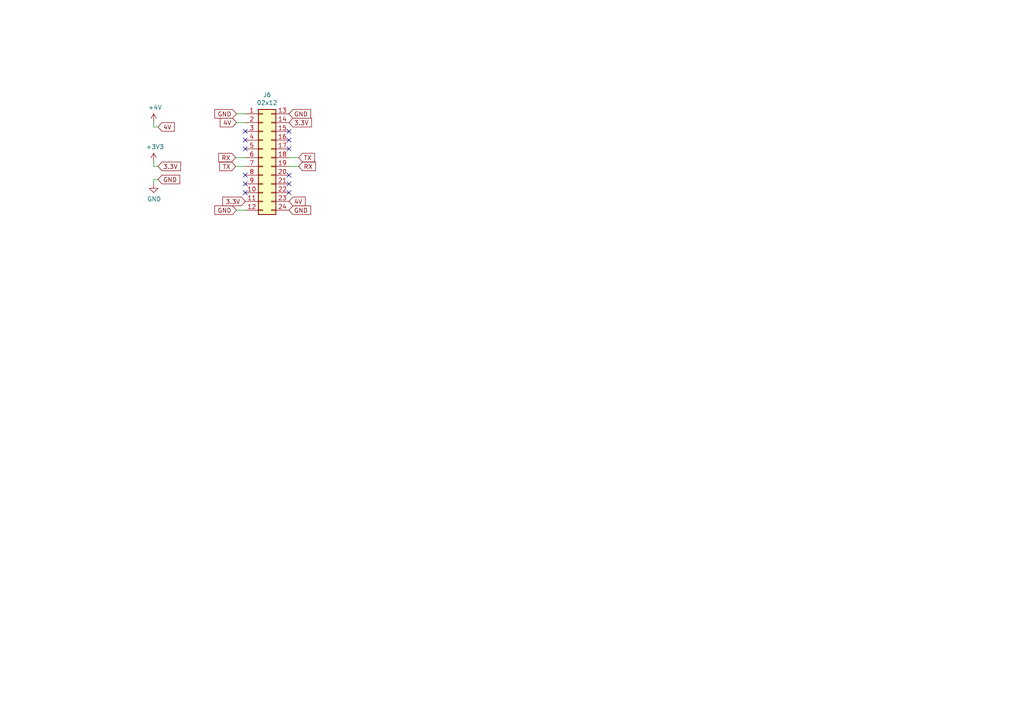
<source format=kicad_sch>
(kicad_sch (version 20211123) (generator eeschema)
  (paper "A4")
  (lib_symbols
    (symbol "Connector_Generic:Conn_02x12_Top_Bottom" (pin_names (offset 1.016) hide)
      (property "Reference" "J" (at 1.27 15.24 0))
      (property "Value" "Conn_02x12_Top_Bottom" (at 1.27 -17.78 0))
      (symbol "Conn_02x12_Top_Bottom_1_1"
        (rectangle (start -1.27 -15.113) (end 0 -15.367) (stroke (width 0.1524)))
        (rectangle (start -1.27 -12.573) (end 0 -12.827) (stroke (width 0.1524)))
        (rectangle (start -1.27 -10.033) (end 0 -10.287) (stroke (width 0.1524)))
        (rectangle (start -1.27 -7.493) (end 0 -7.747) (stroke (width 0.1524)))
        (rectangle (start -1.27 -4.953) (end 0 -5.207) (stroke (width 0.1524)))
        (rectangle (start -1.27 -2.413) (end 0 -2.667) (stroke (width 0.1524)))
        (rectangle (start -1.27 0.127) (end 0 -0.127) (stroke (width 0.1524)))
        (rectangle (start -1.27 2.667) (end 0 2.413) (stroke (width 0.1524)))
        (rectangle (start -1.27 5.207) (end 0 4.953) (stroke (width 0.1524)))
        (rectangle (start -1.27 7.747) (end 0 7.493) (stroke (width 0.1524)))
        (rectangle (start -1.27 10.287) (end 0 10.033) (stroke (width 0.1524)))
        (rectangle (start -1.27 12.827) (end 0 12.573) (stroke (width 0.1524)))
        (rectangle (start -1.27 13.97) (end 3.81 -16.51) (stroke (width 0.254)) (fill (type background)))
        (rectangle (start 3.81 -15.113) (end 2.54 -15.367) (stroke (width 0.1524)))
        (rectangle (start 3.81 -12.573) (end 2.54 -12.827) (stroke (width 0.1524)))
        (rectangle (start 3.81 -10.033) (end 2.54 -10.287) (stroke (width 0.1524)))
        (rectangle (start 3.81 -7.493) (end 2.54 -7.747) (stroke (width 0.1524)))
        (rectangle (start 3.81 -4.953) (end 2.54 -5.207) (stroke (width 0.1524)))
        (rectangle (start 3.81 -2.413) (end 2.54 -2.667) (stroke (width 0.1524)))
        (rectangle (start 3.81 0.127) (end 2.54 -0.127) (stroke (width 0.1524)))
        (rectangle (start 3.81 2.667) (end 2.54 2.413) (stroke (width 0.1524)))
        (rectangle (start 3.81 5.207) (end 2.54 4.953) (stroke (width 0.1524)))
        (rectangle (start 3.81 7.747) (end 2.54 7.493) (stroke (width 0.1524)))
        (rectangle (start 3.81 10.287) (end 2.54 10.033) (stroke (width 0.1524)))
        (rectangle (start 3.81 12.827) (end 2.54 12.573) (stroke (width 0.1524)))
        (pin passive line (at -5.08 12.7 0) (length 3.81) (name "Pin_1") (number "1"))
        (pin passive line (at -5.08 -10.16 0) (length 3.81) (name "Pin_10") (number "10"))
        (pin passive line (at -5.08 -12.7 0) (length 3.81) (name "Pin_11") (number "11"))
        (pin passive line (at -5.08 -15.24 0) (length 3.81) (name "Pin_12") (number "12"))
        (pin passive line (at 7.62 12.7 180) (length 3.81) (name "Pin_13") (number "13"))
        (pin passive line (at 7.62 10.16 180) (length 3.81) (name "Pin_14") (number "14"))
        (pin passive line (at 7.62 7.62 180) (length 3.81) (name "Pin_15") (number "15"))
        (pin passive line (at 7.62 5.08 180) (length 3.81) (name "Pin_16") (number "16"))
        (pin passive line (at 7.62 2.54 180) (length 3.81) (name "Pin_17") (number "17"))
        (pin passive line (at 7.62 0 180) (length 3.81) (name "Pin_18") (number "18"))
        (pin passive line (at 7.62 -2.54 180) (length 3.81) (name "Pin_19") (number "19"))
        (pin passive line (at -5.08 10.16 0) (length 3.81) (name "Pin_2") (number "2"))
        (pin passive line (at 7.62 -5.08 180) (length 3.81) (name "Pin_20") (number "20"))
        (pin passive line (at 7.62 -7.62 180) (length 3.81) (name "Pin_21") (number "21"))
        (pin passive line (at 7.62 -10.16 180) (length 3.81) (name "Pin_22") (number "22"))
        (pin passive line (at 7.62 -12.7 180) (length 3.81) (name "Pin_23") (number "23"))
        (pin passive line (at 7.62 -15.24 180) (length 3.81) (name "Pin_24") (number "24"))
        (pin passive line (at -5.08 7.62 0) (length 3.81) (name "Pin_3") (number "3"))
        (pin passive line (at -5.08 5.08 0) (length 3.81) (name "Pin_4") (number "4"))
        (pin passive line (at -5.08 2.54 0) (length 3.81) (name "Pin_5") (number "5"))
        (pin passive line (at -5.08 0 0) (length 3.81) (name "Pin_6") (number "6"))
        (pin passive line (at -5.08 -2.54 0) (length 3.81) (name "Pin_7") (number "7"))
        (pin passive line (at -5.08 -5.08 0) (length 3.81) (name "Pin_8") (number "8"))
        (pin passive line (at -5.08 -7.62 0) (length 3.81) (name "Pin_9") (number "9"))
      )
    )
    (symbol "power:+3.3V" (power) (pin_names (offset 0))
      (property "Value" "+3.3V" (at 0 3.556 0))
      (symbol "+3.3V_0_1"
        (polyline (pts (xy -0.762 1.27) (xy 0 2.54)))
        (polyline (pts (xy 0 0) (xy 0 2.54)))
        (polyline (pts (xy 0 2.54) (xy 0.762 1.27)))
      )
      (symbol "+3.3V_1_1"
        (pin power_in line (at 0 0 90) (length 0) hide (name "+3V3") (number "1"))
      )
    )
    (symbol "power:+4V" (power) (pin_names (offset 0))
      (property "Value" "+4V" (at 0 3.556 0))
      (symbol "+4V_0_1"
        (polyline (pts (xy -0.762 1.27) (xy 0 2.54)))
        (polyline (pts (xy 0 0) (xy 0 2.54)))
        (polyline (pts (xy 0 2.54) (xy 0.762 1.27)))
      )
      (symbol "+4V_1_1"
        (pin power_in line (at 0 0 90) (length 0) hide (name "+4V") (number "1"))
      )
    )
    (symbol "power:GND" (power) (pin_names (offset 0))
      (property "Value" "GND" (at 0 -3.81 0))
      (symbol "GND_0_1"
        (polyline (pts (xy 0 0) (xy 0 -1.27) (xy 1.27 -1.27) (xy 0 -2.54) (xy -1.27 -1.27) (xy 0 -1.27)))
      )
      (symbol "GND_1_1"
        (pin power_in line (at 0 0 270) (length 0) hide (name "GND") (number "1"))
      )
    )
  )
  (no_connect (at 83.82 38.1))
  (no_connect (at 71.12 50.8))
  (no_connect (at 71.12 38.1))
  (no_connect (at 71.12 55.88))
  (no_connect (at 83.82 43.18))
  (no_connect (at 71.12 53.34))
  (no_connect (at 83.82 40.64))
  (no_connect (at 83.82 53.34))
  (no_connect (at 83.82 50.8))
  (no_connect (at 71.12 40.64))
  (no_connect (at 71.12 43.18))
  (no_connect (at 83.82 55.88))
  (wire (pts (xy 44.577 36.83) (xy 45.847 36.83)))
  (wire (pts (xy 44.577 52.07) (xy 45.847 52.07)))
  (wire (pts (xy 68.326 45.72) (xy 71.12 45.72)))
  (wire (pts (xy 45.847 48.26) (xy 44.577 48.26)))
  (wire (pts (xy 71.12 33.02) (xy 68.58 33.02)))
  (wire (pts (xy 44.577 53.34) (xy 44.577 52.07)))
  (wire (pts (xy 68.326 48.26) (xy 71.12 48.26)))
  (wire (pts (xy 86.614 48.26) (xy 83.82 48.26)))
  (wire (pts (xy 86.614 45.72) (xy 83.82 45.72)))
  (wire (pts (xy 44.577 48.26) (xy 44.577 46.99)))
  (wire (pts (xy 71.12 60.96) (xy 68.58 60.96)))
  (wire (pts (xy 44.577 35.56) (xy 44.577 36.83)))
  (wire (pts (xy 68.58 35.56) (xy 71.12 35.56)))
  (global_label "RX" (shape input) (at 86.614 48.26 0) (property "Intersheet References" "${INTERSHEET_REFS}" (effects hide)))
  (global_label "GND" (shape input) (at 68.58 60.96 180) (property "Intersheet References" "${INTERSHEET_REFS}" (effects hide)))
  (global_label "4V" (shape input) (at 83.82 58.42 0) (property "Intersheet References" "${INTERSHEET_REFS}" (effects hide)))
  (global_label "TX" (shape input) (at 86.614 45.72 0) (property "Intersheet References" "${INTERSHEET_REFS}" (effects hide)))
  (global_label "RX" (shape input) (at 68.326 45.72 180) (property "Intersheet References" "${INTERSHEET_REFS}" (effects hide)))
  (global_label "GND" (shape input) (at 83.82 60.96 0) (property "Intersheet References" "${INTERSHEET_REFS}" (effects hide)))
  (global_label "GND" (shape input) (at 68.58 33.02 180) (property "Intersheet References" "${INTERSHEET_REFS}" (effects hide)))
  (global_label "3.3V" (shape input) (at 83.82 35.56 0) (property "Intersheet References" "${INTERSHEET_REFS}" (effects hide)))
  (global_label "4V" (shape input) (at 68.58 35.56 180) (property "Intersheet References" "${INTERSHEET_REFS}" (effects hide)))
  (global_label "3.3V" (shape input) (at 71.12 58.42 180) (property "Intersheet References" "${INTERSHEET_REFS}" (effects hide)))
  (global_label "GND" (shape input) (at 83.82 33.02 0) (property "Intersheet References" "${INTERSHEET_REFS}" (effects hide)))
  (global_label "GND" (shape input) (at 45.847 52.07 0) (property "Intersheet References" "${INTERSHEET_REFS}" (effects hide)))
  (global_label "TX" (shape input) (at 68.326 48.26 180) (property "Intersheet References" "${INTERSHEET_REFS}" (effects hide)))
  (global_label "4V" (shape input) (at 45.847 36.83 0) (property "Intersheet References" "${INTERSHEET_REFS}" (effects hide)))
  (global_label "3.3V" (shape input) (at 45.847 48.26 0) (property "Intersheet References" "${INTERSHEET_REFS}" (effects hide)))
  (symbol (lib_id "power:GND") (at 44.577 53.34 0) (unit 1)
    (property "Reference" "#PWR010" (effects hide))
    (property "Value" "GND" (at 44.704 57.7342 0))
  )
  (symbol (lib_id "power:+3.3V") (at 44.577 46.99 0) (unit 1)
    (property "Reference" "#PWR09" (effects hide))
    (property "Value" "+3.3V" (at 44.958 42.5958 0))
  )
  (symbol (lib_id "power:+4V") (at 44.577 35.56 0) (unit 1)
    (property "Reference" "#PWR08" (effects hide))
    (property "Value" "+4V" (at 44.958 31.1658 0))
  )
  (symbol (lib_id "Connector_Generic:Conn_02x12_Top_Bottom") (at 76.2 45.72 0) (unit 1)
    (property "Reference" "J6" (at 77.47 27.5082 0))
    (property "Value" "02x12" (at 77.47 29.8196 0))
    (property "Footprint" "LOCAL:SAMTEC-SSW-112-02-X-D-RA" (effects hide))
  )
)
</source>
